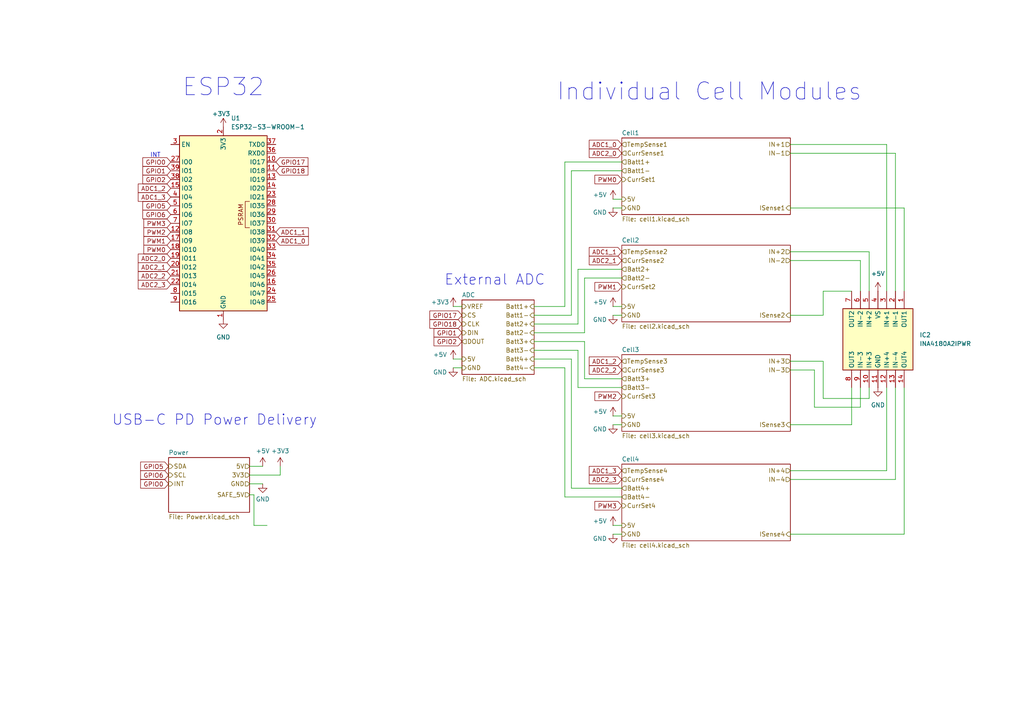
<source format=kicad_sch>
(kicad_sch (version 20231120) (generator "eeschema") (generator_version "8.0")
  (paper "A4")
  (lib_symbols
    (symbol "INA4180A2IPWR:INA4180A2IPWR"
      (property "Reference" "IC" (at 24.13 7.62 0))
      (property "Value" "INA4180A2IPWR" (at 24.13 5.08 0))
      (symbol "INA4180A2IPWR_1_1"
        (rectangle (start 5.08 2.54) (end 22.86 -17.78) (stroke (width 0.254)) (fill (type background)))
        (pin output line (at 0 0 0) (length 5.08) (name "OUT1") (number "1"))
        (pin input line (at 27.94 -10.16 180) (length 5.08) (name "IN+3") (number "10"))
        (pin power_in line (at 27.94 -7.62 180) (length 5.08) (name "GND") (number "11"))
        (pin input line (at 27.94 -5.08 180) (length 5.08) (name "IN+4") (number "12"))
        (pin input line (at 27.94 -2.54 180) (length 5.08) (name "IN-4") (number "13"))
        (pin output line (at 27.94 0 180) (length 5.08) (name "OUT4") (number "14"))
        (pin input line (at 0 -2.54 0) (length 5.08) (name "IN-1") (number "2"))
        (pin input line (at 0 -5.08 0) (length 5.08) (name "IN+1") (number "3"))
        (pin power_in line (at 0 -7.62 0) (length 5.08) (name "VS") (number "4"))
        (pin input line (at 0 -10.16 0) (length 5.08) (name "IN+2") (number "5"))
        (pin input line (at 0 -12.7 0) (length 5.08) (name "IN-2") (number "6"))
        (pin output line (at 0 -15.24 0) (length 5.08) (name "OUT2") (number "7"))
        (pin output line (at 27.94 -15.24 180) (length 5.08) (name "OUT3") (number "8"))
        (pin input line (at 27.94 -12.7 180) (length 5.08) (name "IN-3") (number "9"))
      )
    )
    (symbol "RF_Module:ESP32-S3-WROOM-1"
      (property "Reference" "U" (at -12.7 26.67 0))
      (property "Value" "ESP32-S3-WROOM-1" (at 12.7 26.67 0))
      (symbol "ESP32-S3-WROOM-1_0_0"
        (rectangle (start -12.7 25.4) (end 12.7 -25.4) (stroke (width 0.254)) (fill (type background)))
        (text "PSRAM" (at 5.08 2.54 900) (effects (font (size 1.27 1.27))))
      )
      (symbol "ESP32-S3-WROOM-1_0_1"
        (polyline (pts (xy 7.62 -1.27) (xy 6.35 -1.27) (xy 6.35 6.35) (xy 7.62 6.35)))
      )
      (symbol "ESP32-S3-WROOM-1_1_1"
        (pin power_in line (at 0 -27.94 90) (length 2.54) (name "GND") (number "1"))
        (pin bidirectional line (at 15.24 17.78 180) (length 2.54) (name "IO17") (number "10"))
        (pin bidirectional line (at 15.24 15.24 180) (length 2.54) (name "IO18") (number "11"))
        (pin bidirectional line (at -15.24 -2.54 0) (length 2.54) (name "IO8") (number "12"))
        (pin bidirectional line (at 15.24 12.7 180) (length 2.54) (name "IO19") (number "13"))
        (pin bidirectional line (at 15.24 10.16 180) (length 2.54) (name "IO20") (number "14"))
        (pin bidirectional line (at -15.24 10.16 0) (length 2.54) (name "IO3") (number "15"))
        (pin bidirectional line (at 15.24 -17.78 180) (length 2.54) (name "IO46") (number "16"))
        (pin bidirectional line (at -15.24 -5.08 0) (length 2.54) (name "IO9") (number "17"))
        (pin bidirectional line (at -15.24 -7.62 0) (length 2.54) (name "IO10") (number "18"))
        (pin bidirectional line (at -15.24 -10.16 0) (length 2.54) (name "IO11") (number "19"))
        (pin power_in line (at 0 27.94 270) (length 2.54) (name "3V3") (number "2"))
        (pin bidirectional line (at -15.24 -12.7 0) (length 2.54) (name "IO12") (number "20"))
        (pin bidirectional line (at -15.24 -15.24 0) (length 2.54) (name "IO13") (number "21"))
        (pin bidirectional line (at -15.24 -17.78 0) (length 2.54) (name "IO14") (number "22"))
        (pin bidirectional line (at 15.24 7.62 180) (length 2.54) (name "IO21") (number "23"))
        (pin bidirectional line (at 15.24 -20.32 180) (length 2.54) (name "IO47") (number "24"))
        (pin bidirectional line (at 15.24 -22.86 180) (length 2.54) (name "IO48") (number "25"))
        (pin bidirectional line (at 15.24 -15.24 180) (length 2.54) (name "IO45") (number "26"))
        (pin bidirectional line (at -15.24 17.78 0) (length 2.54) (name "IO0") (number "27"))
        (pin bidirectional line (at 15.24 5.08 180) (length 2.54) (name "IO35") (number "28"))
        (pin bidirectional line (at 15.24 2.54 180) (length 2.54) (name "IO36") (number "29"))
        (pin input line (at -15.24 22.86 0) (length 2.54) (name "EN") (number "3"))
        (pin bidirectional line (at 15.24 0 180) (length 2.54) (name "IO37") (number "30"))
        (pin bidirectional line (at 15.24 -2.54 180) (length 2.54) (name "IO38") (number "31"))
        (pin bidirectional line (at 15.24 -5.08 180) (length 2.54) (name "IO39") (number "32"))
        (pin bidirectional line (at 15.24 -7.62 180) (length 2.54) (name "IO40") (number "33"))
        (pin bidirectional line (at 15.24 -10.16 180) (length 2.54) (name "IO41") (number "34"))
        (pin bidirectional line (at 15.24 -12.7 180) (length 2.54) (name "IO42") (number "35"))
        (pin bidirectional line (at 15.24 20.32 180) (length 2.54) (name "RXD0") (number "36"))
        (pin bidirectional line (at 15.24 22.86 180) (length 2.54) (name "TXD0") (number "37"))
        (pin bidirectional line (at -15.24 12.7 0) (length 2.54) (name "IO2") (number "38"))
        (pin bidirectional line (at -15.24 15.24 0) (length 2.54) (name "IO1") (number "39"))
        (pin bidirectional line (at -15.24 7.62 0) (length 2.54) (name "IO4") (number "4"))
        (pin passive line (at 0 -27.94 90) (length 2.54) hide (name "GND") (number "40"))
        (pin passive line (at 0 -27.94 90) (length 2.54) hide (name "GND") (number "41"))
        (pin bidirectional line (at -15.24 5.08 0) (length 2.54) (name "IO5") (number "5"))
        (pin bidirectional line (at -15.24 2.54 0) (length 2.54) (name "IO6") (number "6"))
        (pin bidirectional line (at -15.24 0 0) (length 2.54) (name "IO7") (number "7"))
        (pin bidirectional line (at -15.24 -20.32 0) (length 2.54) (name "IO15") (number "8"))
        (pin bidirectional line (at -15.24 -22.86 0) (length 2.54) (name "IO16") (number "9"))
      )
    )
    (symbol "power:+3V3" (power) (pin_numbers hide) (pin_names (offset 0) hide)
      (property "Value" "+3V3" (at 0 3.556 0))
      (symbol "+3V3_0_1"
        (polyline (pts (xy -0.762 1.27) (xy 0 2.54)))
        (polyline (pts (xy 0 0) (xy 0 2.54)))
        (polyline (pts (xy 0 2.54) (xy 0.762 1.27)))
      )
      (symbol "+3V3_1_1"
        (pin power_in line (at 0 0 90) (length 0) (name "~") (number "1"))
      )
    )
    (symbol "power:+5V" (power) (pin_numbers hide) (pin_names (offset 0) hide)
      (property "Value" "+5V" (at 0 3.556 0))
      (symbol "+5V_0_1"
        (polyline (pts (xy -0.762 1.27) (xy 0 2.54)))
        (polyline (pts (xy 0 0) (xy 0 2.54)))
        (polyline (pts (xy 0 2.54) (xy 0.762 1.27)))
      )
      (symbol "+5V_1_1"
        (pin power_in line (at 0 0 90) (length 0) (name "~") (number "1"))
      )
    )
    (symbol "power:GND" (power) (pin_numbers hide) (pin_names (offset 0) hide)
      (property "Value" "GND" (at 0 -3.81 0))
      (symbol "GND_0_1"
        (polyline (pts (xy 0 0) (xy 0 -1.27) (xy 1.27 -1.27) (xy 0 -2.54) (xy -1.27 -1.27) (xy 0 -1.27)))
      )
      (symbol "GND_1_1"
        (pin power_in line (at 0 0 270) (length 0) (name "~") (number "1"))
      )
    )
  )
  (wire (pts (xy 180.34 46.99) (xy 163.83 46.99)))
  (wire (pts (xy 165.735 49.53) (xy 165.735 91.44)))
  (wire (pts (xy 229.235 136.525) (xy 257.175 136.525)))
  (wire (pts (xy 229.235 107.315) (xy 236.22 107.315)))
  (wire (pts (xy 180.34 152.4) (xy 177.8 152.4)))
  (wire (pts (xy 229.235 44.45) (xy 259.715 44.45)))
  (wire (pts (xy 180.34 78.105) (xy 167.64 78.105)))
  (wire (pts (xy 262.255 60.325) (xy 262.255 84.455)))
  (wire (pts (xy 163.83 144.145) (xy 163.83 106.68)))
  (wire (pts (xy 238.76 91.44) (xy 238.76 84.455)))
  (wire (pts (xy 72.39 140.335) (xy 76.2 140.335)))
  (wire (pts (xy 249.555 75.565) (xy 249.555 84.455)))
  (wire (pts (xy 247.015 123.19) (xy 247.015 112.395)))
  (wire (pts (xy 177.8 123.19) (xy 180.34 123.19)))
  (wire (pts (xy 229.235 75.565) (xy 249.555 75.565)))
  (wire (pts (xy 169.545 80.645) (xy 169.545 96.52)))
  (wire (pts (xy 131.445 104.14) (xy 133.985 104.14)))
  (wire (pts (xy 177.8 154.94) (xy 180.34 154.94)))
  (wire (pts (xy 167.64 78.105) (xy 167.64 93.98)))
  (wire (pts (xy 238.76 115.57) (xy 252.095 115.57)))
  (wire (pts (xy 259.715 139.065) (xy 259.715 112.395)))
  (wire (pts (xy 257.175 41.91) (xy 257.175 84.455)))
  (wire (pts (xy 73.66 143.51) (xy 73.66 152.4)))
  (wire (pts (xy 180.34 88.9) (xy 177.8 88.9)))
  (wire (pts (xy 169.545 96.52) (xy 154.94 96.52)))
  (wire (pts (xy 154.94 104.14) (xy 165.735 104.14)))
  (wire (pts (xy 131.445 106.68) (xy 133.985 106.68)))
  (wire (pts (xy 163.83 46.99) (xy 163.83 88.9)))
  (wire (pts (xy 154.94 106.68) (xy 163.83 106.68)))
  (wire (pts (xy 180.34 112.395) (xy 167.64 112.395)))
  (wire (pts (xy 180.34 80.645) (xy 169.545 80.645)))
  (wire (pts (xy 81.28 135.255) (xy 81.28 137.795)))
  (wire (pts (xy 163.83 88.9) (xy 154.94 88.9)))
  (wire (pts (xy 165.735 91.44) (xy 154.94 91.44)))
  (wire (pts (xy 229.235 104.775) (xy 238.76 104.775)))
  (wire (pts (xy 238.76 104.775) (xy 238.76 115.57)))
  (wire (pts (xy 73.66 152.4) (xy 77.47 152.4)))
  (wire (pts (xy 229.235 123.19) (xy 247.015 123.19)))
  (wire (pts (xy 180.34 49.53) (xy 165.735 49.53)))
  (wire (pts (xy 229.235 60.325) (xy 262.255 60.325)))
  (wire (pts (xy 180.34 120.65) (xy 177.8 120.65)))
  (wire (pts (xy 252.095 115.57) (xy 252.095 112.395)))
  (wire (pts (xy 249.555 118.11) (xy 249.555 112.395)))
  (wire (pts (xy 167.64 93.98) (xy 154.94 93.98)))
  (wire (pts (xy 180.34 109.855) (xy 169.545 109.855)))
  (wire (pts (xy 229.235 91.44) (xy 238.76 91.44)))
  (wire (pts (xy 72.39 135.255) (xy 76.2 135.255)))
  (wire (pts (xy 259.715 44.45) (xy 259.715 84.455)))
  (wire (pts (xy 257.175 136.525) (xy 257.175 112.395)))
  (wire (pts (xy 81.28 137.795) (xy 72.39 137.795)))
  (wire (pts (xy 177.8 60.325) (xy 180.34 60.325)))
  (wire (pts (xy 262.255 154.94) (xy 262.255 112.395)))
  (wire (pts (xy 72.39 143.51) (xy 73.66 143.51)))
  (wire (pts (xy 236.22 118.11) (xy 249.555 118.11)))
  (wire (pts (xy 167.64 101.6) (xy 154.94 101.6)))
  (wire (pts (xy 177.8 91.44) (xy 180.34 91.44)))
  (wire (pts (xy 163.83 144.145) (xy 180.34 144.145)))
  (wire (pts (xy 236.22 107.315) (xy 236.22 118.11)))
  (wire (pts (xy 229.235 154.94) (xy 262.255 154.94)))
  (wire (pts (xy 252.095 73.025) (xy 252.095 84.455)))
  (wire (pts (xy 167.64 112.395) (xy 167.64 101.6)))
  (wire (pts (xy 165.735 141.605) (xy 165.735 104.14)))
  (wire (pts (xy 131.445 88.9) (xy 133.985 88.9)))
  (wire (pts (xy 229.235 41.91) (xy 257.175 41.91)))
  (wire (pts (xy 169.545 99.06) (xy 154.94 99.06)))
  (wire (pts (xy 169.545 109.855) (xy 169.545 99.06)))
  (wire (pts (xy 229.235 139.065) (xy 259.715 139.065)))
  (wire (pts (xy 238.76 84.455) (xy 247.015 84.455)))
  (wire (pts (xy 180.34 57.785) (xy 177.8 57.785)))
  (wire (pts (xy 229.235 73.025) (xy 252.095 73.025)))
  (wire (pts (xy 165.735 141.605) (xy 180.34 141.605)))
  (text "USB-C PD Power Delivery" (at 62.23 121.92 0) (effects (font (size 3 3))))
  (text "ESP32" (at 64.77 25.4 0) (effects (font (size 5 5))))
  (text "Individual Cell Modules" (at 205.74 26.67 0) (effects (font (size 5 5))))
  (text "INT" (at 45.085 45.085 0) (effects (font (size 1.27 1.27))))
  (text "External ADC" (at 143.51 81.28 0) (effects (font (size 3 3))))
  (global_label "GPIO0" (shape input) (at 49.53 46.99 180) (property "Intersheetrefs" "${INTERSHEET_REFS}" (effects (hide yes))))
  (global_label "PWM0" (shape input) (at 49.53 72.39 180) (property "Intersheetrefs" "${INTERSHEET_REFS}" (effects (hide yes))))
  (global_label "ADC2_2" (shape input) (at 180.34 107.315 180) (property "Intersheetrefs" "${INTERSHEET_REFS}" (effects (hide yes))))
  (global_label "GPIO17" (shape input) (at 80.01 46.99 0) (property "Intersheetrefs" "${INTERSHEET_REFS}" (effects (hide yes))))
  (global_label "GPIO1" (shape input) (at 133.985 96.52 180) (property "Intersheetrefs" "${INTERSHEET_REFS}" (effects (hide yes))))
  (global_label "PWM3" (shape input) (at 180.34 146.685 180) (property "Intersheetrefs" "${INTERSHEET_REFS}" (effects (hide yes))))
  (global_label "GPIO6" (shape input) (at 48.895 137.795 180) (property "Intersheetrefs" "${INTERSHEET_REFS}" (effects (hide yes))))
  (global_label "ADC2_3" (shape input) (at 180.34 139.065 180) (property "Intersheetrefs" "${INTERSHEET_REFS}" (effects (hide yes))))
  (global_label "PWM1" (shape input) (at 49.53 69.85 180) (property "Intersheetrefs" "${INTERSHEET_REFS}" (effects (hide yes))))
  (global_label "ADC1_2" (shape input) (at 49.53 54.61 180) (property "Intersheetrefs" "${INTERSHEET_REFS}" (effects (hide yes))))
  (global_label "PWM2" (shape input) (at 180.34 114.935 180) (property "Intersheetrefs" "${INTERSHEET_REFS}" (effects (hide yes))))
  (global_label "GPIO18" (shape input) (at 80.01 49.53 0) (property "Intersheetrefs" "${INTERSHEET_REFS}" (effects (hide yes))))
  (global_label "ADC1_1" (shape input) (at 80.01 67.31 0) (property "Intersheetrefs" "${INTERSHEET_REFS}" (effects (hide yes))))
  (global_label "ADC1_3" (shape input) (at 49.53 57.15 180) (property "Intersheetrefs" "${INTERSHEET_REFS}" (effects (hide yes))))
  (global_label "ADC1_1" (shape input) (at 180.34 73.025 180) (property "Intersheetrefs" "${INTERSHEET_REFS}" (effects (hide yes))))
  (global_label "ADC2_2" (shape input) (at 49.53 80.01 180) (property "Intersheetrefs" "${INTERSHEET_REFS}" (effects (hide yes))))
  (global_label "PWM3" (shape input) (at 49.53 64.77 180) (property "Intersheetrefs" "${INTERSHEET_REFS}" (effects (hide yes))))
  (global_label "ADC1_0" (shape input) (at 80.01 69.85 0) (property "Intersheetrefs" "${INTERSHEET_REFS}" (effects (hide yes))))
  (global_label "ADC2_1" (shape input) (at 49.53 77.47 180) (property "Intersheetrefs" "${INTERSHEET_REFS}" (effects (hide yes))))
  (global_label "PWM1" (shape input) (at 180.34 83.185 180) (property "Intersheetrefs" "${INTERSHEET_REFS}" (effects (hide yes))))
  (global_label "GPIO0" (shape input) (at 48.895 140.335 180) (property "Intersheetrefs" "${INTERSHEET_REFS}" (effects (hide yes))))
  (global_label "GPIO2" (shape input) (at 133.985 99.06 180) (property "Intersheetrefs" "${INTERSHEET_REFS}" (effects (hide yes))))
  (global_label "GPIO6" (shape input) (at 49.53 62.23 180) (property "Intersheetrefs" "${INTERSHEET_REFS}" (effects (hide yes))))
  (global_label "PWM0" (shape input) (at 180.34 52.07 180) (property "Intersheetrefs" "${INTERSHEET_REFS}" (effects (hide yes))))
  (global_label "ADC2_1" (shape input) (at 180.34 75.565 180) (property "Intersheetrefs" "${INTERSHEET_REFS}" (effects (hide yes))))
  (global_label "GPIO17" (shape input) (at 133.985 91.44 180) (property "Intersheetrefs" "${INTERSHEET_REFS}" (effects (hide yes))))
  (global_label "GPIO5" (shape input) (at 48.895 135.255 180) (property "Intersheetrefs" "${INTERSHEET_REFS}" (effects (hide yes))))
  (global_label "ADC2_3" (shape input) (at 49.53 82.55 180) (property "Intersheetrefs" "${INTERSHEET_REFS}" (effects (hide yes))))
  (global_label "ADC2_0" (shape input) (at 49.53 74.93 180) (property "Intersheetrefs" "${INTERSHEET_REFS}" (effects (hide yes))))
  (global_label "GPIO2" (shape input) (at 49.53 52.07 180) (property "Intersheetrefs" "${INTERSHEET_REFS}" (effects (hide yes))))
  (global_label "ADC1_2" (shape input) (at 180.34 104.775 180) (property "Intersheetrefs" "${INTERSHEET_REFS}" (effects (hide yes))))
  (global_label "GPIO5" (shape input) (at 49.53 59.69 180) (property "Intersheetrefs" "${INTERSHEET_REFS}" (effects (hide yes))))
  (global_label "ADC2_0" (shape input) (at 180.34 44.45 180) (property "Intersheetrefs" "${INTERSHEET_REFS}" (effects (hide yes))))
  (global_label "GPIO1" (shape input) (at 49.53 49.53 180) (property "Intersheetrefs" "${INTERSHEET_REFS}" (effects (hide yes))))
  (global_label "PWM2" (shape input) (at 49.53 67.31 180) (property "Intersheetrefs" "${INTERSHEET_REFS}" (effects (hide yes))))
  (global_label "GPIO18" (shape input) (at 133.985 93.98 180) (property "Intersheetrefs" "${INTERSHEET_REFS}" (effects (hide yes))))
  (global_label "ADC1_0" (shape input) (at 180.34 41.91 180) (property "Intersheetrefs" "${INTERSHEET_REFS}" (effects (hide yes))))
  (global_label "ADC1_3" (shape input) (at 180.34 136.525 180) (property "Intersheetrefs" "${INTERSHEET_REFS}" (effects (hide yes))))
  (hierarchical_label "ISense1" (shape output) (at 229.235 60.325 180))
  (hierarchical_label "Batt1-" (shape input) (at 180.34 49.53 0))
  (hierarchical_label "TempSense1" (shape input) (at 180.34 41.91 0))
  (hierarchical_label "CurrSet3" (shape output) (at 180.34 114.935 0))
  (hierarchical_label "CurrSet2" (shape output) (at 180.34 83.185 0))
  (hierarchical_label "TempSense3" (shape input) (at 180.34 104.775 0))
  (hierarchical_label "ISense4" (shape output) (at 229.235 154.94 180))
  (hierarchical_label "CurrSense2" (shape input) (at 180.34 75.565 0))
  (hierarchical_label "TempSense2" (shape input) (at 180.34 73.025 0))
  (hierarchical_label "SDA" (shape output) (at 48.895 135.255 0))
  (hierarchical_label "Batt4-" (shape input) (at 180.34 144.145 0))
  (hierarchical_label "GND" (shape output) (at 180.34 60.325 0))
  (hierarchical_label "INT" (shape output) (at 48.895 140.335 0))
  (hierarchical_label "Batt4+" (shape input) (at 180.34 141.605 0))
  (hierarchical_label "Batt2-" (shape input) (at 180.34 80.645 0))
  (hierarchical_label "GND" (shape output) (at 180.34 123.19 0))
  (hierarchical_label "5V" (shape input) (at 72.39 135.255 180))
  (hierarchical_label "IN+1" (shape input) (at 229.235 41.91 180))
  (hierarchical_label "CurrSet1" (shape output) (at 180.34 52.07 0))
  (hierarchical_label "CurrSet4" (shape output) (at 180.34 146.685 0))
  (hierarchical_label "GND" (shape output) (at 180.34 91.44 0))
  (hierarchical_label "CurrSense3" (shape input) (at 180.34 107.315 0))
  (hierarchical_label "5V" (shape output) (at 180.34 57.785 0))
  (hierarchical_label "5V" (shape output) (at 180.34 152.4 0))
  (hierarchical_label "CurrSense1" (shape input) (at 180.34 44.45 0))
  (hierarchical_label "IN-3" (shape input) (at 229.235 107.315 180))
  (hierarchical_label "5V" (shape output) (at 180.34 120.65 0))
  (hierarchical_label "Batt3+" (shape input) (at 180.34 109.855 0))
  (hierarchical_label "Batt2+" (shape input) (at 180.34 78.105 0))
  (hierarchical_label "CLK" (shape output) (at 133.985 93.98 0))
  (hierarchical_label "IN-4" (shape input) (at 229.235 139.065 180))
  (hierarchical_label "Batt2+" (shape output) (at 154.94 93.98 180))
  (hierarchical_label "TempSense4" (shape input) (at 180.34 136.525 0))
  (hierarchical_label "Batt3-" (shape output) (at 154.94 101.6 180))
  (hierarchical_label "SCL" (shape output) (at 48.895 137.795 0))
  (hierarchical_label "IN+4" (shape input) (at 229.235 136.525 180))
  (hierarchical_label "GND" (shape output) (at 133.985 106.68 0))
  (hierarchical_label "ISense3" (shape output) (at 229.235 123.19 180))
  (hierarchical_label "IN+2" (shape input) (at 229.235 73.025 180))
  (hierarchical_label "Batt3+" (shape output) (at 154.94 99.06 180))
  (hierarchical_label "Batt1+" (shape input) (at 180.34 46.99 0))
  (hierarchical_label "IN-1" (shape input) (at 229.235 44.45 180))
  (hierarchical_label "ISense2" (shape output) (at 229.235 91.44 180))
  (hierarchical_label "Batt2-" (shape output) (at 154.94 96.52 180))
  (hierarchical_label "Batt4+" (shape output) (at 154.94 104.14 180))
  (hierarchical_label "GND" (shape output) (at 180.34 154.94 0))
  (hierarchical_label "DIN" (shape output) (at 133.985 96.52 0))
  (hierarchical_label "Batt4-" (shape output) (at 154.94 106.68 180))
  (hierarchical_label "CS" (shape output) (at 133.985 91.44 0))
  (hierarchical_label "DOUT" (shape input) (at 133.985 99.06 0))
  (hierarchical_label "Batt1-" (shape output) (at 154.94 91.44 180))
  (hierarchical_label "Batt1+" (shape output) (at 154.94 88.9 180))
  (hierarchical_label "5V" (shape output) (at 133.985 104.14 0))
  (hierarchical_label "5V" (shape output) (at 180.34 88.9 0))
  (hierarchical_label "CurrSense4" (shape input) (at 180.34 139.065 0))
  (hierarchical_label "GND" (shape input) (at 72.39 140.335 180))
  (hierarchical_label "IN+3" (shape input) (at 229.235 104.775 180))
  (hierarchical_label "VREF" (shape output) (at 133.985 88.9 0))
  (hierarchical_label "SAFE_5V" (shape input) (at 72.39 143.51 180))
  (hierarchical_label "IN-2" (shape input) (at 229.235 75.565 180))
  (hierarchical_label "Batt3-" (shape input) (at 180.34 112.395 0))
  (hierarchical_label "3V3" (shape input) (at 72.39 137.795 180))
  (symbol (lib_id "power:+5V") (at 177.8 57.785 0) (unit 1)
    (property "Reference" "#PWR09" (effects (hide yes)))
    (property "Value" "+5V" (at 173.99 56.515 0))
    (property "Description" "Power symbol creates a global label with name \"+5V\"" (effects (hide yes)))
  )
  (symbol (lib_id "RF_Module:ESP32-S3-WROOM-1") (at 64.77 64.77 0) (unit 1)
    (property "Reference" "U1" (at 66.9641 34.29 0) (effects (justify left)))
    (property "Value" "ESP32-S3-WROOM-1" (at 66.9641 36.83 0) (effects (justify left)))
    (property "Footprint" "RF_Module:ESP32-S3-WROOM-1" (effects (hide yes)))
    (property "Datasheet" "https://www.espressif.com/sites/default/files/documentation/esp32-s3-wroom-1_wroom-1u_datasheet_en.pdf" (effects (hide yes)))
    (property "Description" "RF Module, ESP32-S3 SoC, Wi-Fi 802.11b/g/n, Bluetooth, BLE, 32-bit, 3.3V, onboard antenna, SMD" (effects (hide yes)))
  )
  (symbol (lib_id "power:GND") (at 177.8 154.94 0) (unit 1)
    (property "Reference" "#PWR011" (effects (hide yes)))
    (property "Value" "GND" (at 173.99 156.21 0))
    (property "Description" "Power symbol creates a global label with name \"GND\" , ground" (effects (hide yes)))
  )
  (symbol (lib_id "power:+5V") (at 131.445 104.14 0) (unit 1)
    (property "Reference" "#PWR012" (effects (hide yes)))
    (property "Value" "+5V" (at 127.635 102.87 0))
    (property "Description" "Power symbol creates a global label with name \"+5V\"" (effects (hide yes)))
  )
  (symbol (lib_id "power:+5V") (at 76.2 135.255 0) (unit 1)
    (property "Reference" "#PWR02" (effects (hide yes)))
    (property "Value" "+5V" (at 76.2 130.81 0))
    (property "Description" "Power symbol creates a global label with name \"+5V\"" (effects (hide yes)))
  )
  (symbol (lib_id "power:GND") (at 254.635 112.395 0) (unit 1)
    (property "Reference" "#PWR026" (effects (hide yes)))
    (property "Value" "GND" (at 254.635 117.475 0))
    (property "Description" "Power symbol creates a global label with name \"GND\" , ground" (effects (hide yes)))
  )
  (symbol (lib_id "power:GND") (at 131.445 106.68 0) (unit 1)
    (property "Reference" "#PWR013" (effects (hide yes)))
    (property "Value" "GND" (at 127.635 107.95 0))
    (property "Description" "Power symbol creates a global label with name \"GND\" , ground" (effects (hide yes)))
  )
  (symbol (lib_id "power:GND") (at 177.8 60.325 0) (unit 1)
    (property "Reference" "#PWR010" (effects (hide yes)))
    (property "Value" "GND" (at 173.99 61.595 0))
    (property "Description" "Power symbol creates a global label with name \"GND\" , ground" (effects (hide yes)))
  )
  (symbol (lib_id "INA4180A2IPWR:INA4180A2IPWR") (at 262.255 84.455 270) (unit 1)
    (property "Reference" "IC2" (at 266.7 97.1549 90) (effects (justify left)))
    (property "Value" "INA4180A2IPWR" (at 266.7 99.6949 90) (effects (justify left)))
    (property "Footprint" "SOP65P640X120-14N" (effects (hide yes)))
    (property "Datasheet" "http://www.ti.com/lit/gpn/ina4180" (effects (hide yes)))
    (property "Description" "Quad Channel, 26V,  Low-/High-Side Voltage Output Current Sense Amplifier" (effects (hide yes)))
    (property "Height" "1.2" (effects (hide yes)))
    (property "Manufacturer_Name" "Texas Instruments" (effects (hide yes)))
    (property "Manufacturer_Part_Number" "INA4180A2IPWR" (effects (hide yes)))
    (property "Arrow Part Number" "INA4180A2IPWR" (effects (hide yes)))
    (property "Arrow Price/Stock" "https://www.arrow.com/en/products/ina4180a2ipwr/texas-instruments?region=nac" (effects (hide yes)))
  )
  (symbol (lib_id "power:GND") (at 64.77 92.71 0) (unit 1)
    (property "Reference" "#PWR015" (effects (hide yes)))
    (property "Value" "GND" (at 64.77 97.79 0))
    (property "Description" "Power symbol creates a global label with name \"GND\" , ground" (effects (hide yes)))
  )
  (symbol (lib_id "power:GND") (at 76.2 140.335 0) (unit 1)
    (property "Reference" "#PWR03" (effects (hide yes)))
    (property "Value" "GND" (at 76.2 144.78 0))
    (property "Description" "Power symbol creates a global label with name \"GND\" , ground" (effects (hide yes)))
  )
  (symbol (lib_id "power:+5V") (at 254.635 84.455 0) (unit 1)
    (property "Reference" "#PWR025" (effects (hide yes)))
    (property "Value" "+5V" (at 254.635 79.375 0))
    (property "Description" "Power symbol creates a global label with name \"+5V\"" (effects (hide yes)))
  )
  (symbol (lib_id "power:+5V") (at 177.8 152.4 0) (unit 1)
    (property "Reference" "#PWR07" (effects (hide yes)))
    (property "Value" "+5V" (at 173.99 151.13 0))
    (property "Description" "Power symbol creates a global label with name \"+5V\"" (effects (hide yes)))
  )
  (symbol (lib_id "power:+5V") (at 177.8 120.65 0) (unit 1)
    (property "Reference" "#PWR04" (effects (hide yes)))
    (property "Value" "+5V" (at 173.99 119.38 0))
    (property "Description" "Power symbol creates a global label with name \"+5V\"" (effects (hide yes)))
  )
  (symbol (lib_id "power:GND") (at 177.8 91.44 0) (unit 1)
    (property "Reference" "#PWR08" (effects (hide yes)))
    (property "Value" "GND" (at 173.99 92.71 0))
    (property "Description" "Power symbol creates a global label with name \"GND\" , ground" (effects (hide yes)))
  )
  (symbol (lib_id "power:+3V3") (at 131.445 88.9 0) (unit 1)
    (property "Reference" "#PWR016" (effects (hide yes)))
    (property "Value" "+3V3" (at 127.635 87.63 0))
    (property "Description" "Power symbol creates a global label with name \"+3V3\"" (effects (hide yes)))
  )
  (symbol (lib_id "power:+3V3") (at 64.77 36.83 0) (unit 1)
    (property "Reference" "#PWR014" (effects (hide yes)))
    (property "Value" "+3V3" (at 64.135 33.02 0))
    (property "Description" "Power symbol creates a global label with name \"+3V3\"" (effects (hide yes)))
  )
  (symbol (lib_id "power:+5V") (at 177.8 88.9 0) (unit 1)
    (property "Reference" "#PWR06" (effects (hide yes)))
    (property "Value" "+5V" (at 173.99 87.63 0))
    (property "Description" "Power symbol creates a global label with name \"+5V\"" (effects (hide yes)))
  )
  (symbol (lib_id "power:+3V3") (at 81.28 135.255 0) (unit 1)
    (property "Reference" "#PWR01" (effects (hide yes)))
    (property "Value" "+3V3" (at 81.28 130.81 0))
    (property "Description" "Power symbol creates a global label with name \"+3V3\"" (effects (hide yes)))
  )
  (symbol (lib_id "power:GND") (at 177.8 123.19 0) (unit 1)
    (property "Reference" "#PWR05" (effects (hide yes)))
    (property "Value" "GND" (at 173.99 124.46 0))
    (property "Description" "Power symbol creates a global label with name \"GND\" , ground" (effects (hide yes)))
  )
  (sheet (at 48.895 132.715) (size 23.495 15.875) (stroke (width 0.1524))
    (property "Sheetname" "Power" (at 48.895 132.0034 0) (effects (justify left bottom)))
    (property "Sheetfile" "Power.kicad_sch" (at 48.895 149.1746 0) (effects (justify left top)))
  )
  (sheet (at 180.34 40.005) (size 48.895 22.225) (stroke (width 0.1524))
    (property "Sheetname" "Cell1" (at 180.34 39.2934 0) (effects (justify left bottom)))
    (property "Sheetfile" "cell1.kicad_sch" (at 180.34 62.8146 0) (effects (justify left top)))
  )
  (sheet (at 180.34 102.87) (size 48.895 22.225) (stroke (width 0.1524))
    (property "Sheetname" "Cell3" (at 180.34 102.1584 0) (effects (justify left bottom)))
    (property "Sheetfile" "cell3.kicad_sch" (at 180.34 125.6796 0) (effects (justify left top)))
  )
  (sheet (at 180.34 134.62) (size 48.895 22.225) (stroke (width 0.1524))
    (property "Sheetname" "Cell4" (at 180.34 133.9084 0) (effects (justify left bottom)))
    (property "Sheetfile" "cell4.kicad_sch" (at 180.34 157.4296 0) (effects (justify left top)))
  )
  (sheet (at 180.34 71.12) (size 48.895 22.225) (stroke (width 0.1524))
    (property "Sheetname" "Cell2" (at 180.34 70.4084 0) (effects (justify left bottom)))
    (property "Sheetfile" "cell2.kicad_sch" (at 180.34 93.9296 0) (effects (justify left top)))
  )
  (sheet (at 133.985 86.995) (size 20.955 21.59) (stroke (width 0.1524))
    (property "Sheetname" "ADC" (at 133.985 86.2834 0) (effects (justify left bottom)))
    (property "Sheetfile" "ADC.kicad_sch" (at 133.985 109.1696 0) (effects (justify left top)))
  )
)
</source>
